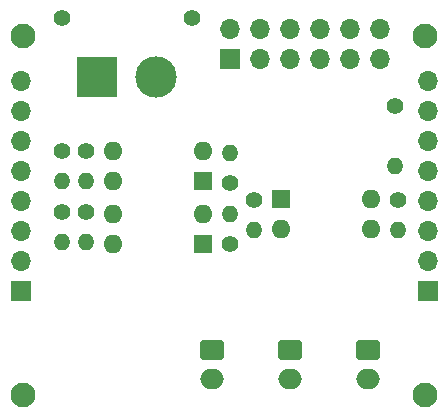
<source format=gbr>
%TF.GenerationSoftware,KiCad,Pcbnew,7.0.11*%
%TF.CreationDate,2025-01-11T16:00:57+09:00*%
%TF.ProjectId,Kicker,4b69636b-6572-42e6-9b69-6361645f7063,rev?*%
%TF.SameCoordinates,Original*%
%TF.FileFunction,Soldermask,Bot*%
%TF.FilePolarity,Negative*%
%FSLAX46Y46*%
G04 Gerber Fmt 4.6, Leading zero omitted, Abs format (unit mm)*
G04 Created by KiCad (PCBNEW 7.0.11) date 2025-01-11 16:00:57*
%MOMM*%
%LPD*%
G01*
G04 APERTURE LIST*
G04 Aperture macros list*
%AMRoundRect*
0 Rectangle with rounded corners*
0 $1 Rounding radius*
0 $2 $3 $4 $5 $6 $7 $8 $9 X,Y pos of 4 corners*
0 Add a 4 corners polygon primitive as box body*
4,1,4,$2,$3,$4,$5,$6,$7,$8,$9,$2,$3,0*
0 Add four circle primitives for the rounded corners*
1,1,$1+$1,$2,$3*
1,1,$1+$1,$4,$5*
1,1,$1+$1,$6,$7*
1,1,$1+$1,$8,$9*
0 Add four rect primitives between the rounded corners*
20,1,$1+$1,$2,$3,$4,$5,0*
20,1,$1+$1,$4,$5,$6,$7,0*
20,1,$1+$1,$6,$7,$8,$9,0*
20,1,$1+$1,$8,$9,$2,$3,0*%
G04 Aperture macros list end*
%ADD10C,2.100000*%
%ADD11C,1.400000*%
%ADD12O,1.400000X1.400000*%
%ADD13R,3.500000X3.500000*%
%ADD14C,3.500000*%
%ADD15R,1.700000X1.700000*%
%ADD16O,1.700000X1.700000*%
%ADD17RoundRect,0.250000X-0.750000X0.600000X-0.750000X-0.600000X0.750000X-0.600000X0.750000X0.600000X0*%
%ADD18O,2.000000X1.700000*%
%ADD19R,1.600000X1.600000*%
%ADD20O,1.600000X1.600000*%
G04 APERTURE END LIST*
D10*
%TO.C,REF\u002A\u002A*%
X148100000Y-81930000D03*
%TD*%
%TO.C,REF\u002A\u002A*%
X182100000Y-81940000D03*
%TD*%
%TO.C,REF\u002A\u002A*%
X182100000Y-112300000D03*
%TD*%
%TO.C,REF\u002A\u002A*%
X148110000Y-112300000D03*
%TD*%
D11*
%TO.C,R9*%
X151394000Y-96819000D03*
D12*
X151394000Y-99359000D03*
%TD*%
D11*
%TO.C,R6*%
X151384000Y-91648000D03*
D12*
X151384000Y-94188000D03*
%TD*%
D11*
%TO.C,R8*%
X153426000Y-96819000D03*
D12*
X153426000Y-99359000D03*
%TD*%
D11*
%TO.C,R5*%
X153416000Y-91648000D03*
D12*
X153416000Y-94188000D03*
%TD*%
D11*
%TO.C,R7*%
X165618000Y-99563000D03*
D12*
X165618000Y-97023000D03*
%TD*%
D11*
%TO.C,R4*%
X165608000Y-94342000D03*
D12*
X165608000Y-91802000D03*
%TD*%
D11*
%TO.C,R2*%
X179832000Y-95808000D03*
D12*
X179832000Y-98348000D03*
%TD*%
D11*
%TO.C,R1*%
X167640000Y-95808000D03*
D12*
X167640000Y-98348000D03*
%TD*%
D11*
%TO.C,J3*%
X151345000Y-80398000D03*
X162345000Y-80398000D03*
D13*
X154345000Y-85398000D03*
D14*
X159345000Y-85398000D03*
%TD*%
D15*
%TO.C,J2*%
X182320000Y-103517416D03*
D16*
X182320000Y-100977416D03*
X182320000Y-98437416D03*
X182320000Y-95897416D03*
X182320000Y-93357416D03*
X182320000Y-90817416D03*
X182320000Y-88277416D03*
X182320000Y-85737416D03*
%TD*%
D17*
%TO.C,C1*%
X177292000Y-108478000D03*
D18*
X177292000Y-110978000D03*
%TD*%
D17*
%TO.C,J6*%
X164101000Y-108478000D03*
D18*
X164101000Y-110978000D03*
%TD*%
D19*
%TO.C,U1*%
X169936000Y-95753000D03*
D20*
X169936000Y-98293000D03*
X177556000Y-98293000D03*
X177556000Y-95753000D03*
%TD*%
D12*
%TO.C,R3*%
X179578000Y-92964000D03*
D11*
X179578000Y-87884000D03*
%TD*%
D15*
%TO.C,J4*%
X165608000Y-83882000D03*
D16*
X165608000Y-81342000D03*
X168148000Y-83882000D03*
X168148000Y-81342000D03*
X170688000Y-83882000D03*
X170688000Y-81342000D03*
X173228000Y-83882000D03*
X173228000Y-81342000D03*
X175768000Y-83882000D03*
X175768000Y-81342000D03*
X178308000Y-83882000D03*
X178308000Y-81342000D03*
%TD*%
D15*
%TO.C,J1*%
X147878000Y-103517416D03*
D16*
X147878000Y-100977416D03*
X147878000Y-98437416D03*
X147878000Y-95897416D03*
X147878000Y-93357416D03*
X147878000Y-90817416D03*
X147878000Y-88277416D03*
X147878000Y-85737416D03*
%TD*%
D19*
%TO.C,U3*%
X163332000Y-99563000D03*
D20*
X163332000Y-97023000D03*
X155712000Y-97023000D03*
X155712000Y-99563000D03*
%TD*%
D17*
%TO.C,J5*%
X170705000Y-108478000D03*
D18*
X170705000Y-110978000D03*
%TD*%
D19*
%TO.C,U2*%
X163322000Y-94234000D03*
D20*
X163322000Y-91694000D03*
X155702000Y-91694000D03*
X155702000Y-94234000D03*
%TD*%
M02*

</source>
